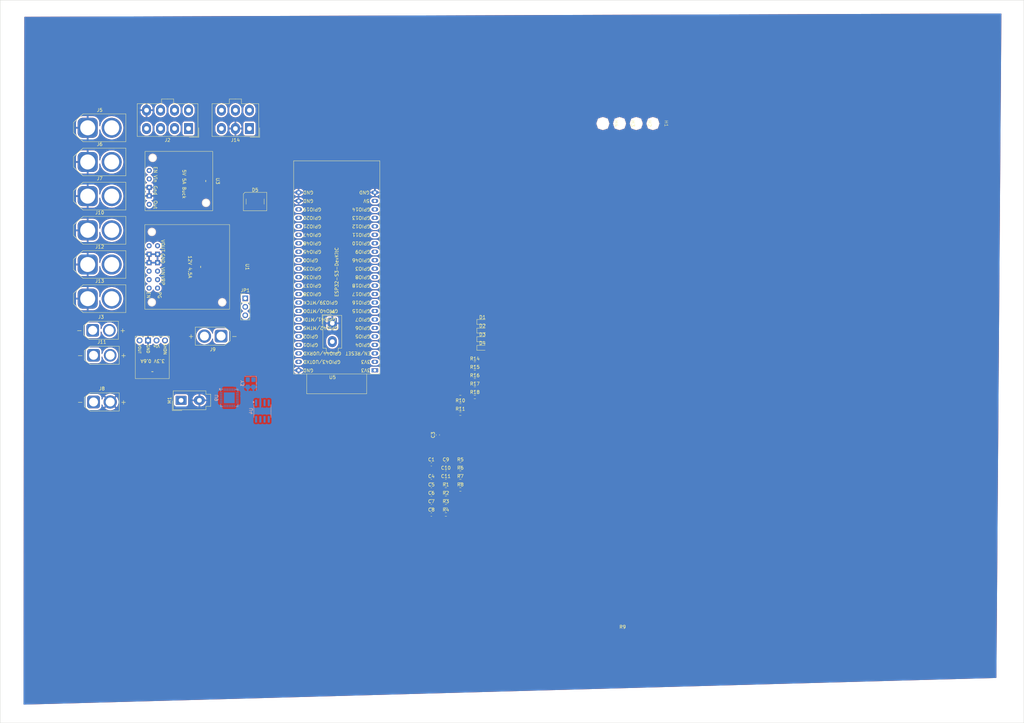
<source format=kicad_pcb>
(kicad_pcb (version 20241229) (generator "pcbnew") (generator_version "9.0")
  (layers (0 "F.Cu" signal) (2 "B.Cu" signal) (13 "F.Paste" user) (15 "B.Paste" user) (5 "F.SilkS" user "F.Silkscreen") (7 "B.SilkS" user "B.Silkscreen") (1 "F.Mask" user) (3 "B.Mask" user) (25 "Edge.Cuts" user))
  (net 0 "")
  (net 1 "GND")
  (net 2 "+5V")
  (net 3 "/CS_Encoder_1")
  (net 4 "/CS_Encoder_2")
  (net 5 "/MISO_ESP0")
  (net 6 "+BATT")
  (net 7 "Net-(D1-A)")
  (net 8 "Net-(D2-A)")
  (net 9 "+12V")
  (net 10 "Net-(D3-A)")
  (net 11 "Net-(D4-A)")
  (net 12 "+3.3V")
  (net 13 "/CS_Encoder_0")
  (net 14 "/CLK_ESP0")
  (net 15 "/12V_ADC")
  (net 16 "/ESP0 3.3V")
  (net 17 "/ESP0_RX-CAN_RX")
  (net 18 "/5V_ADC")
  (net 19 "/BATT_ADC")
  (net 20 "/MOSI_ESP0")
  (net 21 "/ESP0_TX-CAN_TX")
  (net 22 "/CS_Encoder_3")
  (net 23 "Net-(JP1-C)")
  (net 24 "/Vehicle Control CAN+")
  (net 25 "/Vehicle Control CAN-")
  (net 26 "/Arm Motor CAN+")
  (net 27 "/Arm Motor CAN-")
  (net 28 "Net-(JP1-A)")
  (net 29 "Net-(JP1-B)")
  (net 37 "/LED Debug")
  (net 39 "/3.3V_ADC")
  (net 40 "Net-(C11-Pad2)")
  (net 41 "Net-(U9-OSC2)")
  (net 42 "Net-(U9-OSC1)")
  (net 43 "Net-(U9-RXCAN)")
  (net 53 "Net-(U9-TXCAN)")
  (net 55 "/CS_Motor_CAN")
  (footprint "LED_SMD:LED_0603_1608Metric_Pad1.05x0.95mm_HandSolder" (layer "F.Cu") (at 139.125 99.34)
    (property "Reference" "D2" (at 0 -1.43 0) (layer "F.SilkS"))
    (property "Value" "LED")
    (pad "1" smd roundrect (at -0.875 0) (size 1.05 0.95) (layers "F.Cu" "F.Mask" "F.Paste") (net 2 "+5V"))
    (pad "2" smd roundrect (at 0.875 0) (size 1.05 0.95) (layers "F.Cu" "F.Mask" "F.Paste") (net 8 "Net-(D2-A)"))
  )
  (footprint "Connector_PinHeader_2.54mm:PinHeader_1x03_P2.54mm_Vertical" (layer "F.Cu") (at 68 89.67)
    (property "Reference" "JP1" (at 0 -2.38 0) (layer "F.SilkS"))
    (property "Value" "Jumper_3_Open")
    (pad "1" thru_hole rect (at 0 0) (size 1.7 1.7) (drill 1) (layers "*.Cu" "*.Mask") (net 28 "Net-(JP1-A)"))
    (pad "2" thru_hole circle (at 0 2.54) (size 1.7 1.7) (drill 1) (layers "*.Cu" "*.Mask") (net 23 "Net-(JP1-C)"))
    (pad "3" thru_hole circle (at 0 5.08) (size 1.7 1.7) (drill 1) (layers "*.Cu" "*.Mask") (net 29 "Net-(JP1-B)"))
  )
  (footprint "Connector_AMASS:AMASS_XT30U-M_1x02_P5.0mm_Vertical" (layer "F.Cu") (at 22.5 106.75)
    (property "Reference" "J11" (at 2.5 -4 0) (layer "F.SilkS"))
    (property "Value" "CAN OUT")
    (fp_text user "+" (at 9 0 0) (layer "F.SilkS") (effects (font (size 1.5 1.5))))
    (fp_text user "-" (at -4 0 0) (layer "F.SilkS") (effects (font (size 1.5 1.5))))
    (pad "1" thru_hole roundrect (at 0 0) (size 3.8 3.8) (drill 2.7) (layers "*.Cu" "*.Mask") (roundrect_rratio 0.2) (net 25 "/Vehicle Control CAN-"))
    (pad "2" thru_hole circle (at 5 0) (size 3.8 3.8) (drill 2.7) (layers "*.Cu" "*.Mask") (net 24 "/Vehicle Control CAN+"))
  )
  (footprint "LED_SMD:LED_Inolux_IN-PI554FCH_PLCC4_5.0x5.0mm_P3.2mm" (layer "F.Cu") (at 70.95 60.65)
    (property "Reference" "D5" (at 0 -3.5 0) (layer "F.SilkS"))
    (property "Value" "Inolux_IN-PI554FCH")
    (pad "1" smd rect (at -2.45 -1.6) (size 1.5 1) (layers "F.Cu" "F.Mask" "F.Paste") (net 1 "GND"))
    (pad "2" smd rect (at -2.45 1.6) (size 1.5 1) (layers "F.Cu" "F.Mask" "F.Paste") (net 37 "/LED Debug"))
    (pad "3" smd rect (at 2.45 1.6) (size 1.5 1) (layers "F.Cu" "F.Mask" "F.Paste") (net 2 "+5V"))
    (pad "4" smd rect (at 2.45 -1.6) (size 1.5 1) (layers "F.Cu" "F.Mask" "F.Paste"))
  )
  (footprint "Capacitor_SMD:C_0603_1608Metric_Pad1.08x0.95mm_HandSolder" (layer "F.Cu") (at 128.1625 144.46)
    (property "Reference" "C11" (at 0 -1.43 0) (layer "F.SilkS"))
    (property "Value" "4.7 nF")
    (pad "1" smd roundrect (at -0.8625 0) (size 1.075 0.95) (layers "F.Cu" "F.Mask" "F.Paste") (net 1 "GND"))
    (pad "2" smd roundrect (at 0.8625 0) (size 1.075 0.95) (layers "F.Cu" "F.Mask" "F.Paste") (net 40 "Net-(C11-Pad2)"))
  )
  (footprint "LED_SMD:LED_0603_1608Metric_Pad1.05x0.95mm_HandSolder" (layer "F.Cu") (at 139.125 101.93)
    (property "Reference" "D3" (at 0 -1.43 0) (layer "F.SilkS"))
    (property "Value" "LED")
    (pad "1" smd roundrect (at -0.875 0) (size 1.05 0.95) (layers "F.Cu" "F.Mask" "F.Paste") (net 9 "+12V"))
    (pad "2" smd roundrect (at 0.875 0) (size 1.05 0.95) (layers "F.Cu" "F.Mask" "F.Paste") (net 10 "Net-(D3-A)"))
  )
  (footprint "Resistor_SMD:R_0603_1608Metric_Pad0.98x0.95mm_HandSolder" (layer "F.Cu") (at 132.5 119.24)
    (property "Reference" "R9" (at 48.6625 68.98 0) (layer "F.SilkS"))
    (property "Value" "3.8K Ohm")
    (pad "1" smd roundrect (at -0.9125 0) (size 0.975 0.95) (layers "F.Cu" "F.Mask" "F.Paste") (net 8 "Net-(D2-A)"))
    (pad "2" smd roundrect (at 0.9125 0) (size 0.975 0.95) (layers "F.Cu" "F.Mask" "F.Paste") (net 1 "GND"))
  )
  (footprint "Resistor_SMD:R_0603_1608Metric_Pad0.98x0.95mm_HandSolder" (layer "F.Cu") (at 132.5125 139.44)
    (property "Reference" "R5" (at 0 -1.43 0) (layer "F.SilkS"))
    (property "Value" "3.32K Ohm")
    (pad "1" smd roundrect (at -0.9125 0) (size 0.975 0.95) (layers "F.Cu" "F.Mask" "F.Paste") (net 15 "/12V_ADC"))
    (pad "2" smd roundrect (at 0.9125 0) (size 0.975 0.95) (layers "F.Cu" "F.Mask" "F.Paste") (net 1 "GND"))
  )
  (footprint "Arm:D24V50F5" (layer "F.Cu") (at 59.25 54.5 -90)
    (property "Reference" "U3" (at -0.01 -0.5 270) (layer "F.SilkS"))
    (property "Value" "~" (at 0.01 3.072 270) (layer "F.SilkS"))
    (fp_circle (center -6.96 19.016) (end -5.87 19.016) (stroke (width 0.12)) (fill no) (layer "Edge.Cuts"))
    (fp_circle (center 6.54 3.016) (end 7.63 3.016) (stroke (width 0.12)) (fill no) (layer "Edge.Cuts"))
    (fp_text user "5V 5A Buck" (at -3.546 10.16 270) (layer "F.SilkS") (effects (justify left bottom)))
    (fp_text user "Gnd" (at 1.28 18.776 270) (layer "F.SilkS") (effects (justify left bottom)))
    (fp_text user "Vin" (at -1.9 18.776 270) (layer "F.SilkS") (effects (justify left bottom)))
    (fp_text user "EN" (at -4.44 18.776 270) (layer "F.SilkS") (effects (justify left bottom)))
    (fp_text user "Out" (at 5.72 18.776 270) (layer "F.SilkS") (effects (justify left bottom)))
    (pad "1" thru_hole circle (at -3.17 20.046 270) (size 1.524 1.524) (drill 0.762) (layers "*.Cu" "*.Mask"))
    (pad "2" thru_hole circle (at -0.63 20.046 270) (size 1.524 1.524) (drill 0.762) (layers "*.Cu" "*.Mask") (net 6 "+BATT"))
    (pad "3" thru_hole rect (at 1.91 20.046 270) (size 1.524 1.524) (drill 0.762) (layers "*.Cu" "*.Mask") (net 1 "GND"))
    (pad "4" thru_hole rect (at 4.45 20.046 270) (size 1.524 1.524) (drill 0.762) (layers "*.Cu" "*.Mask") (net 1 "GND"))
    (pad "5" thru_hole circle (at 6.99 20.046 270) (size 1.524 1.524) (drill 0.762) (layers "*.Cu" "*.Mask") (net 2 "+5V"))
  )
  (footprint "Resistor_SMD:R_0603_1608Metric_Pad0.98x0.95mm_HandSolder" (layer "F.Cu") (at 132.5125 146.97)
    (property "Reference" "R8" (at 0 -1.43 0) (layer "F.SilkS"))
    (property "Value" "3.8K Ohm")
    (pad "1" smd roundrect (at -0.9125 0) (size 0.975 0.95) (layers "F.Cu" "F.Mask" "F.Paste") (net 7 "Net-(D1-A)"))
    (pad "2" smd roundrect (at 0.9125 0) (size 0.975 0.95) (layers "F.Cu" "F.Mask" "F.Paste") (net 1 "GND"))
  )
  (footprint "Capacitor_SMD:C_0603_1608Metric_Pad1.08x0.95mm_HandSolder" (layer "F.Cu") (at 123.8125 149.48)
    (property "Reference" "C6" (at 0 -1.43 0) (layer "F.SilkS"))
    (property "Value" "13 pF")
    (pad "1" smd roundrect (at -0.8625 0) (size 1.075 0.95) (layers "F.Cu" "F.Mask" "F.Paste") (net 1 "GND"))
    (pad "2" smd roundrect (at 0.8625 0) (size 1.075 0.95) (layers "F.Cu" "F.Mask" "F.Paste") (net 41 "Net-(U9-OSC2)"))
  )
  (footprint "Resistor_SMD:R_0603_1608Metric_Pad0.98x0.95mm_HandSolder" (layer "F.Cu") (at 128.1625 146.97)
    (property "Reference" "R1" (at 0 -1.43 0) (layer "F.SilkS"))
    (property "Value" "10K Ohm")
    (pad "1" smd roundrect (at -0.9125 0) (size 0.975 0.95) (layers "F.Cu" "F.Mask" "F.Paste") (net 2 "+5V"))
    (pad "2" smd roundrect (at 0.9125 0) (size 0.975 0.95) (layers "F.Cu" "F.Mask" "F.Paste") (net 18 "/5V_ADC"))
  )
  (footprint "Resistor_SMD:R_0603_1608Metric_Pad0.98x0.95mm_HandSolder" (layer "F.Cu") (at 128.1625 154.5)
    (property "Reference" "R4" (at 0 -1.43 0) (layer "F.SilkS"))
    (property "Value" "10K ohm")
    (pad "1" smd roundrect (at -0.9125 0) (size 0.975 0.95) (layers "F.Cu" "F.Mask" "F.Paste") (net 9 "+12V"))
    (pad "2" smd roundrect (at 0.9125 0) (size 0.975 0.95) (layers "F.Cu" "F.Mask" "F.Paste") (net 15 "/12V_ADC"))
  )
  (footprint "Connector_AMASS:AMASS_XT60-F_1x02_P7.20mm_Vertical" (layer "F.Cu") (at 20.75 89.77)
    (property "Reference" "J13" (at 3.6 -5.3 180) (layer "F.SilkS"))
    (property "Value" "SparkMAX XT60 F")
    (pad "1" thru_hole roundrect (at 0 0) (size 6 6) (drill 4.5) (layers "*.Cu" "*.Mask") (net 1 "GND"))
    (pad "2" thru_hole circle (at 7.2 0) (size 6 6) (drill 4.5) (layers "*.Cu" "*.Mask") (net 6 "+BATT"))
  )
  (footprint "Resistor_SMD:R_0603_1608Metric_Pad0.98x0.95mm_HandSolder" (layer "F.Cu") (at 132.5 124.26)
    (property "Reference" "R11" (at 0 -1.43 0) (layer "F.SilkS"))
    (property "Value" "3.8K Ohm")
    (pad "1" smd roundrect (at -0.9125 0) (size 0.975 0.95) (layers "F.Cu" "F.Mask" "F.Paste") (net 11 "Net-(D4-A)"))
    (pad "2" smd roundrect (at 0.9125 0) (size 0.975 0.95) (layers "F.Cu" "F.Mask" "F.Paste") (net 1 "GND"))
  )
  (footprint "Connector_AMASS:AMASS_XT60-F_1x02_P7.20mm_Vertical" (layer "F.Cu") (at 20.75 48.77)
    (property "Reference" "J6" (at 3.6 -5.3 180) (layer "F.SilkS"))
    (property "Value" "SparkMAX XT60 F")
    (pad "1" thru_hole roundrect (at 0 0) (size 6 6) (drill 4.5) (layers "*.Cu" "*.Mask") (net 1 "GND"))
    (pad "2" thru_hole circle (at 7.2 0) (size 6 6) (drill 4.5) (layers "*.Cu" "*.Mask") (net 6 "+BATT"))
  )
  (footprint "Capacitor_SMD:C_0603_1608Metric_Pad1.08x0.95mm_HandSolder" (layer "F.Cu") (at 125.75 130.6375 90)
    (property "Reference" "C3" (at 0 -1.43 90) (layer "F.SilkS"))
    (property "Value" "1 uF")
    (pad "1" smd roundrect (at -0.8625 0 90) (size 1.075 0.95) (layers "F.Cu" "F.Mask" "F.Paste") (net 2 "+5V"))
    (pad "2" smd roundrect (at 0.8625 0 90) (size 1.075 0.95) (layers "F.Cu" "F.Mask" "F.Paste") (net 1 "GND"))
  )
  (footprint "Arm:4-40 Mounting Hole" (layer "F.Cu") (at 175.25 37.25 -90)
    (property "Reference" "H4" (at 0 -4 270) (layer "F.SilkS") (effects (font (thickness 0.1))))
    (property "Value" "MountingHole")
    (fp_circle (center 0 0) (end 1.725 0) (stroke (width 0.05)) (fill no) (layer "Edge.Cuts"))
    (zone (net 0) (net_name "") (layers "F.Cu" "B.Cu") (name "Keep out ") (connect_pads (clearance 0)) (min_thickness 0.25)
      (keepout (tracks not_allowed) (vias not_allowed) (pads not_allowed) (copperpour not_allowed) (footprints not_allowed))
      (fill (thermal_gap 0.5) (thermal_bridge_width 0.5))
      (polygon (pts (xy 175.25 39.25) (xy 176.75 38.75) (xy 177.25 37.25) (xy 176.75 35.75) (xy 175.25 35.25) (xy 173.75 35.75) (xy 173.25 37.25) (xy 173.75 38.75)))
    )
  )
  (footprint "Connector_AMASS:AMASS_XT30U-F_1x02_P5.0mm_Vertical" (layer "F.Cu") (at 22.5 120.75)
    (property "Reference" "J8" (at 2.5 -4 0) (layer "F.SilkS"))
    (property "Value" "Lynx")
    (fp_text user "+" (at 9 0 0) (layer "F.SilkS") (effects (font (size 1.5 1.5))))
    (fp_text user "-" (at -4 0 0) (layer "F.SilkS") (effects (font (size 1.5 1.5))))
    (pad "1" thru_hole roundrect (at 0 0) (size 3.8 3.8) (drill 2.7) (layers "*.Cu" "*.Mask") (roundrect_rratio 0.2) (net 9 "+12V"))
    (pad "2" thru_hole circle (at 5 0) (size 4 4) (drill 2.7) (layers "*.Cu" "*.Mask") (net 1 "GND"))
  )
  (footprint "LED_SMD:LED_0603_1608Metric_Pad1.05x0.95mm_HandSolder" (layer "F.Cu") (at 139.125 96.75)
    (property "Reference" "D1" (at 0 -1.43 0) (layer "F.SilkS"))
    (property "Value" "LED")
    (pad "1" smd roundrect (at -0.875 0) (size 1.05 0.95) (layers "F.Cu" "F.Mask" "F.Paste") (net 6 "+BATT"))
    (pad "2" smd roundrect (at 0.875 0) (size 1.05 0.95) (layers "F.Cu" "F.Mask" "F.Paste") (net 7 "Net-(D1-A)"))
  )
  (footprint "Capacitor_SMD:C_0603_1608Metric_Pad1.08x0.95mm_HandSolder" (layer "F.Cu") (at 123.8125 139.44)
    (property "Reference" "C1" (at 0 -1.43 0) (layer "F.SilkS"))
    (property "Value" "4.7 nf")
    (pad "1" smd roundrect (at -0.8625 0) (size 1.075 0.95) (layers "F.Cu" "F.Mask" "F.Paste") (net 1 "GND"))
    (pad "2" smd roundrect (at 0.8625 0) (size 1.075 0.95) (layers "F.Cu" "F.Mask" "F.Paste") (net 23 "Net-(JP1-C)"))
  )
  (footprint "Resistor_SMD:R_0603_1608Metric_Pad0.98x0.95mm_HandSolder" (layer "F.Cu") (at 136.85 119.24)
    (property "Reference" "R18" (at 0 -1.43 0) (layer "F.SilkS"))
    (property "Value" "60Ω")
    (pad "1" smd roundrect (at -0.9125 0) (size 0.975 0.95) (layers "F.Cu" "F.Mask" "F.Paste") (net 40 "Net-(C11-Pad2)"))
    (pad "2" smd roundrect (at 0.9125 0) (size 0.975 0.95) (layers "F.Cu" "F.Mask" "F.Paste") (net 26 "/Arm Motor CAN+"))
  )
  (footprint "Resistor_SMD:R_0603_1608Metric_Pad0.98x0.95mm_HandSolder" (layer "F.Cu") (at 128.1625 149.48)
    (property "Reference" "R2" (at 0 -1.43 0) (layer "F.SilkS"))
    (property "Value" "10K Ohm")
    (pad "1" smd roundrect (at -0.9125 0) (size 0.975 0.95) (layers "F.Cu" "F.Mask" "F.Paste") (net 18 "/5V_ADC"))
    (pad "2" smd roundrect (at 0.9125 0) (size 0.975 0.95) (layers "F.Cu" "F.Mask" "F.Paste") (net 1 "GND"))
  )
  (footprint "Arm:4-40 Mounting Hole" (layer "F.Cu") (at 180.25 37.25 -90)
    (property "Reference" "H3" (at 0 -4 270) (layer "F.SilkS") (effects (font (thickness 0.1))))
    (property "Value" "MountingHole")
    (fp_circle (center 0 0) (end 1.725 0) (stroke (width 0.05)) (fill no) (layer "Edge.Cuts"))
    (zone (net 0) (net_name "") (layers "F.Cu" "B.Cu") (name "Keep out ") (connect_pads (clearance 0)) (min_thickness 0.25)
      (keepout (tracks not_allowed) (vias not_allowed) (pads not_allowed) (copperpour not_allowed) (footprints not_allowed))
      (fill (thermal_gap 0.5) (thermal_bridge_width 0.5))
      (polygon (pts (xy 180.25 39.25) (xy 181.75 38.75) (xy 182.25 37.25) (xy 181.75 35.75) (xy 180.25 35.25) (xy 178.75 35.75) (xy 178.25 37.25) (xy 178.75 38.75)))
    )
  )
  (footprint "Connector_Molex:Molex_Mini-Fit_Jr_5566-08A_2x04_P4.20mm_Vertical" (layer "F.Cu") (at 51 38.75 180)
    (property "Reference" "J2" (at 6.3 -3.45 0) (layer "F.SilkS"))
    (property "Value" "Encoder Bundle")
    (pad "1" thru_hole roundrect (at 0 0 180) (size 2.7 3.3) (drill 1.4) (layers "*.Cu" "*.Mask") (roundrect_rratio 0.092593) (net 12 "+3.3V"))
    (pad "2" thru_hole oval (at 4.2 0 180) (size 2.7 3.3) (drill 1.4) (layers "*.Cu" "*.Mask") (net 3 "/CS_Encoder_1"))
    (pad "3" thru_hole oval (at 8.4 0 180) (size 2.7 3.3) (drill 1.4) (layers "*.Cu" "*.Mask") (net 4 "/CS_Encoder_2"))
    (pad "4" thru_hole oval (at 12.6 0 180) (size 2.7 3.3) (drill 1.4) (layers "*.Cu" "*.Mask") (net 22 "/CS_Encoder_3"))
    (pad "5" thru_hole oval (at 0 5.5 180) (size 2.7 3.3) (drill 1.4) (layers "*.Cu" "*.Mask") (net 20 "/MOSI_ESP0"))
    (pad "6" thru_hole oval (at 4.2 5.5 180) (size 2.7 3.3) (drill 1.4) (layers "*.Cu" "*.Mask") (net 5 "/MISO_ESP0"))
    (pad "7" thru_hole oval (at 8.4 5.5 180) (size 2.7 3.3) (drill 1.4) (layers "*.Cu" "*.Mask") (net 14 "/CLK_ESP0"))
    (pad "8" thru_hole oval (at 12.6 5.5 180) (size 2.7 3.3) (drill 1.4) (layers "*.Cu" "*.Mask") (net 1 "GND"))
  )
  (footprint "Arm:D36V6F3 3.3V" (layer "F.Cu") (at 43.933 102.293 180)
    (property "Reference" "U2" (hide yes))
    (property "Value" "~" (at 3.81 -9.398 180) (layer "F.SilkS"))
    (fp_text user "SHDN" (at 0 -2.54 270) (layer "F.SilkS") (effects (font (size 0.8636 0.8636) (thickness 0.1524))))
    (fp_text user "GND" (at 5.08 -2.54 270) (layer "F.SilkS") (effects (font (size 0.8636 0.8636) (thickness 0.1524))))
    (fp_text user "3.3V 0.6A" (at 0 -5.588 180) (layer "F.SilkS") (effects (justify left bottom)))
    (fp_text user "Vin" (at 2.54 -1.7145 180) (layer "F.SilkS") (effects (font (size 0.8636 0.8636) (thickness 0.1524))))
    (fp_text user "VOUT" (at 7.62 -2.54 270) (layer "F.SilkS") (effects (font (size 0.75565 0.75565) (thickness 0.13335))))
    (pad "1" thru_hole circle (at 0 0 90) (size 1.778 1.778) (drill 1) (layers "*.Cu" "*.Mask" "Dwgs.User"))
    (pad "2" thru_hole circle (at 2.54 0 90) (size 1.778 1.778) (drill 1) (layers "*.Cu" "*.Mask") (net 6 "+BATT"))
    (pad "3" thru_hole rect (at 5.08 0 90) (size 1.778 1.778) (drill 1) (layers "*.Cu" "*.Mask") (net 1 "GND"))
    (pad "4" thru_hole circle (at 7.62 0 90) (size 1.778 1.778) (drill 1) (layers "*.Cu" "*.Mask") (net 12 "+3.3V"))
  )
  (footprint "Connector_Molex:Molex_Mini-Fit_Jr_5566-02A_2x01_P4.20mm_Vertical" (layer "F.Cu") (at 94.1 97.15)
    (property "Reference" "J4" (at 0 -3.45 0) (layer "F.SilkS"))
    (property "Value" "5V Swtich Power")
    (pad "1" thru_hole roundrect (at 0 0) (size 2.7 3.3) (drill 1.4) (layers "*.Cu" "*.Mask") (roundrect_rratio 0.092593) (net 1 "GND"))
    (pad "2" thru_hole oval (at 0 5.5) (size 2.7 3.3) (drill 1.4) (layers "*.Cu" "*.Mask") (net 2 "+5V"))
  )
  (footprint "Resistor_SMD:R_0603_1608Metric_Pad0.98x0.95mm_HandSolder" (layer "F.Cu") (at 136.85 109.2)
    (property "Reference" "R14" (at 0 -1.43 0) (layer "F.SilkS"))
    (property "Value" "60Ω")
    (pad "1" smd roundrect (at -0.9125 0) (size 0.975 0.95) (layers "F.Cu" "F.Mask" "F.Paste") (net 24 "/Vehicle Control CAN+"))
    (pad "2" smd roundrect (at 0.9125 0) (size 0.975 0.95) (layers "F.Cu" "F.Mask" "F.Paste") (net 28 "Net-(JP1-A)"))
  )
  (footprint "Connector_Molex:Molex_Mini-Fit_Jr_5566-02A_2x01_P4.20mm_Vertical" (layer "F.Cu") (at 48.75 120.25 90)
    (property "Reference" "M1" (at 0 -3.45 90) (layer "F.SilkS"))
    (property "Value" "Fan")
    (pad "1" thru_hole roundrect (at 0 0 90) (size 2.7 3.3) (drill 1.4) (layers "*.Cu" "*.Mask") (roundrect_rratio 0.092593) (net 9 "+12V"))
    (pad "2" thru_hole oval (at 0 5.5 90) (size 2.7 3.3) (drill 1.4) (layers "*.Cu" "*.Mask") (net 1 "GND"))
  )
  (footprint "Connector_AMASS:AMASS_XT60-F_1x02_P7.20mm_Vertical" (layer "F.Cu") (at 20.75 79.52)
    (property "Reference" "J12" (at 3.6 -5.3 180) (layer "F.SilkS"))
    (property "Value" "SparkMAX XT60 F")
    (pad "1" thru_hole roundrect (at 0 0) (size 6 6) (drill 4.5) (layers "*.Cu" "*.Mask") (net 1 "GND"))
    (pad "2" thru_hole circle (at 7.2 0) (size 6 6) (drill 4.5) (layers "*.Cu" "*.Mask") (net 6 "+BATT"))
  )
  (footprint "Resistor_SMD:R_0603_1608Metric_Pad0.98x0.95mm_HandSolder" (layer "F.Cu") (at 136.85 116.73)
    (property "Reference" "R17" (at 0 -1.43 0) (layer "F.SilkS"))
    (property "Value" "60Ω")
    (pad "1" smd roundrect (at -0.9125 0) (size 0.975 0.95) (layers "F.Cu" "F.Mask" "F.Paste") (net 27 "/Arm Motor CAN-"))
    (pad "2" smd roundrect (at 0.9125 0) (size 0.975 0.95) (layers "F.Cu" "F.Mask" "F.Paste") (net 40 "Net-(C11-Pad2)"))
  )
  (footprint "Capacitor_SMD:C_0603_1608Metric_Pad1.08x0.95mm_HandSolder" (layer "F.Cu") (at 123.8125 146.97)
    (property "Reference" "C5" (at 0 -1.43 0) (layer "F.SilkS"))
    (property "Value" "0.1 uF")
    (pad "1" smd roundrect (at -0.8625 0) (size 1.075 0.95) (layers "F.Cu" "F.Mask" "F.Paste") (net 1 "GND"))
    (pad "2" smd roundrect (at 0.8625 0) (size 1.075 0.95) (layers "F.Cu" "F.Mask" "F.Paste") (net 16 "/ESP0 3.3V"))
  )
  (footprint "Capacitor_SMD:C_0603_1608Metric_Pad1.08x0.95mm_HandSolder" (layer "F.Cu") (at 128.1625 139.44)
    (property "Reference" "C9" (at 0 -1.43 0) (layer "F.SilkS"))
    (property "Value" "0.1 uF")
    (pad "1" smd roundrect (at -0.8625 0) (size 1.075 0.95) (layers "F.Cu" "F.Mask" "F.Paste") (net 16 "/ESP0 3.3V"))
    (pad "2" smd roundrect (at 0.8625 0) (size 1.075 0.95) (layers "F.Cu" "F.Mask" "F.Paste") (net 1 "GND"))
  )
  (footprint "Connector_AMASS:AMASS_XT30U-M_1x02_P5.0mm_Vertical" (layer "F.Cu") (at 22.25 99.25)
    (property "Reference" "J3" (at 2.5 -4 0) (layer "F.SilkS"))
    (property "Value" "CAN IN")
    (fp_text user "+" (at 9 0 0) (layer "F.SilkS") (effects (font (size 1.5 1.5))))
    (fp_text user "-" (at -4 0 0) (layer "F.SilkS") (effects (font (size 1.5 1.5))))
    (pad "1" thru_hole roundrect (at 0 0) (size 3.8 3.8) (drill 2.7) (layers "*.Cu" "*.Mask") (roundrect_rratio 0.2) (net 25 "/Vehicle Control CAN-"))
    (pad "2" thru_hole circle (at 5 0) (size 3.8 3.8) (drill 2.7) (layers "*.Cu" "*.Mask") (net 24 "/Vehicle Control CAN+"))
  )
  (footprint "Connector_AMASS:AMASS_XT30U-F_1x02_P5.0mm_Vertical" (layer "F.Cu") (at 60.75 101 180)
    (property "Reference" "J9" (at 2.5 -4 0) (layer "F.SilkS"))
    (property "Value" "CANBUS")
    (fp_text user "+" (at 9 0 0) (layer "F.SilkS") (effects (font (size 1.5 1.5))))
    (fp_text user "-" (at -4 0 0) (layer "F.SilkS") (effects (font (size 1.5 1.5))))
    (pad "1" thru_hole roundrect (at 0 0 180) (size 3.8 3.8) (drill 2.7) (layers "*.Cu" "*.Mask") (roundrect_rratio 0.2) (net 27 "/Arm Motor CAN-"))
    (pad "2" thru_hole circle (at 5 0 180) (size 4 4) (drill 2.7) (layers "*.Cu" "*.Mask") (net 26 "/Arm Motor CAN+"))
  )
  (footprint "Capacitor_SMD:C_0603_1608Metric_Pad1.08x0.95mm_HandSolder" (layer "F.Cu") (at 128.1625 141.95)
    (property "Reference" "C10" (at 0 -1.43 0) (layer "F.SilkS"))
    (property "Value" "0.1 uF")
    (pad "1" smd roundrect (at -0.8625 0) (size 1.075 0.95) (layers "F.Cu" "F.Mask" "F.Paste") (net 1 "GND"))
    (pad "2" smd roundrect (at 0.8625 0) (size 1.075 0.95) (layers "F.Cu" "F.Mask" "F.Paste") (net 2 "+5V"))
  )
  (footprint "Capacitor_SMD:C_0603_1608Metric_Pad1.08x0.95mm_HandSolder" (layer "F.Cu") (at 123.8125 144.46)
    (property "Reference" "C4" (at 0 -1.43 0) (layer "F.SilkS"))
    (property "Value" "13 pF")
    (pad "1" smd roundrect (at -0.8625 0) (size 1.075 0.95) (layers "F.Cu" "F.Mask" "F.Paste") (net 1 "GND"))
    (pad "2" smd roundrect (at 0.8625 0) (size 1.075 0.95) (layers "F.Cu" "F.Mask" "F.Paste") (net 42 "Net-(U9-OSC1)"))
  )
  (footprint "Connector_AMASS:AMASS_XT60-F_1x02_P7.20mm_Vertical" (layer "F.Cu") (at 20.75 69.27)
    (property "Reference" "J10" (at 3.6 -5.3 180) (layer "F.SilkS"))
    (property "Value" "SparkMAX XT60 F")
    (pad "1" thru_hole roundrect (at 0 0) (size 6 6) (drill 4.5) (layers "*.Cu" "*.Mask") (net 1 "GND"))
    (pad "2" thru_hole circle (at 7.2 0) (size 6 6) (drill 4.5) (layers "*.Cu" "*.Mask") (net 6 "+BATT"))
  )
  (footprint "Resistor_SMD:R_0603_1608Metric_Pad0.98x0.95mm_HandSolder" (layer "F.Cu") (at 136.85 114.22)
    (property "Reference" "R16" (at 0 -1.43 0) (layer "F.SilkS"))
    (property "Value" "10K ohm")
    (pad "1" smd roundrect (at -0.9125 0) (size 0.975 0.95) (layers "F.Cu" "F.Mask" "F.Paste") (net 12 "+3.3V"))
    (pad "2" smd roundrect (at 0.9125 0) (size 0.975 0.95) (layers "F.Cu" "F.Mask" "F.Paste") (net 39 "/3.3V_ADC"))
  )
  (footprint "Resistor_SMD:R_0603_1608Metric_Pad0.98x0.95mm_HandSolder" (layer "F.Cu") (at 132.5 121.75)
    (property "Reference" "R10" (at 0 -1.43 0) (layer "F.SilkS"))
    (property "Value" "3.8K Ohm")
    (pad "1" smd roundrect (at -0.9125 0) (size 0.975 0.95) (layers "F.Cu" "F.Mask" "F.Paste") (net 10 "Net-(D3-A)"))
    (pad "2" smd roundrect (at 0.9125 0) (size 0.975 0.95) (layers "F.Cu" "F.Mask" "F.Paste") (net 1 "GND"))
  )
  (footprint "Capacitor_SMD:C_0603_1608Metric_Pad1.08x0.95mm_HandSolder" (layer "F.Cu") (at 123.8125 151.99)
    (property "Reference" "C7" (at 0 -1.43 0) (layer "F.SilkS"))
    (property "Value" "0.1 uF")
    (pad "1" smd roundrect (at -0.8625 0) (size 1.075 0.95) (layers "F.Cu" "F.Mask" "F.Paste") (net 2 "+5V"))
    (pad "2" smd roundrect (at 0.8625 0) (size 1.075 0.95) (layers "F.Cu" "F.Mask" "F.Paste") (net 1 "GND"))
  )
  (footprint "Capacitor_SMD:C_0603_1608Metric_Pad1.08x0.95mm_HandSolder" (layer "F.Cu") (at 123.8125 154.5)
    (property "Reference" "C8" (at 0 -1.43 0) (layer "F.SilkS"))
    (property "Value" "0.1 uF")
    (pad "1" smd roundrect (at -0.8625 0) (size 1.075 0.95) (layers "F.Cu" "F.Mask" "F.Paste") (net 16 "/ESP0 3.3V"))
    (pad "2" smd roundrect (at 0.8625 0) (size 1.075 0.95) (layers "F.Cu" "F.Mask" "F.Paste") (net 1 "GND"))
  )
  (footprint "Resistor_SMD:R_0603_1608Metric_Pad0.98x0.95mm_HandSolder" (layer "F.Cu") (at 128.1625 151.99)
    (property "Reference" "R3" (at 0 -1.43 0) (layer "F.SilkS"))
    (property "Value" "10K Ohm")
    (pad "1" smd roundrect (at -0.9125 0) (size 0.975 0.95) (layers "F.Cu" "F.Mask" "F.Paste") (net 39 "/3.3V_ADC"))
    (pad "2" smd roundrect (at 0.9125 0) (size 0.975 0.95) (layers "F.Cu" "F.Mask" "F.Paste") (net 1 "GND"))
  )
  (footprint "Arm:D36V50F12" (layer "F.Cu") (at 68.115 80.25 -90)
    (property "Reference" "U1" (at 0 -0.5 270) (layer "F.SilkS"))
    (property "Value" "~" (at 0 13.462 270) (layer "F.SilkS"))
    (fp_circle (center -10.5 28.126) (end -9.41 28.126) (stroke (width 0.12)) (fill no) (layer "Edge.Cuts"))
    (fp_circle (center 10.6 28.126) (end 11.69 28.126) (stroke (width 0.12)) (fill no) (layer "Edge.Cuts"))
    (fp_circle (center 10.6 7.026) (end 11.69 7.026) (stroke (width 0.12)) (fill no) (layer "Edge.Cuts"))
    (fp_text user "EN" (at 7.366 29.718 270) (layer "F.SilkS") (effects (justify left bottom)))
    (fp_text user "VRP" (at 4.064 25.4 270) (layer "F.SilkS") (effects (justify bottom)))
    (fp_text user "VOUT" (at -6.35 25.4 270) (layer "F.SilkS") (effects (justify bottom)))
    (fp_text user "PG" (at 7.366 26.416 270) (layer "F.SilkS") (effects (justify left bottom)))
    (fp_text user "GND" (at -2.54 25.4 270) (layer "F.SilkS") (effects (justify bottom)))
    (fp_text user "VIN" (at 1.27 25.4 270) (layer "F.SilkS") (effects (justify bottom)))
    (fp_text user "12V 4.5A" (at 0 17.272 270) (layer "F.SilkS") (effects (justify bottom)))
    (pad "1" thru_hole circle (at 6.35 28.956 270) (size 1.524 1.524) (drill 0.762) (layers "*.Cu" "*.Mask"))
    (pad "2" thru_hole circle (at 6.35 26.416 270) (size 1.524 1.524) (drill 0.762) (layers "*.Cu" "*.Mask"))
    (pad "3" thru_hole circle (at 3.81 28.956 270) (size 1.524 1.524) (drill 0.762) (layers "*.Cu" "*.Mask"))
    (pad "4" thru_hole circle (at 3.81 26.416 270) (size 1.524 1.524) (drill 0.762) (layers "*.Cu" "*.Mask"))
    (pad "5" thru_hole circle (at 1.27 28.956 270) (size 1.524 1.524) (drill 0.762) (layers "*.Cu" "*.Mask") (net 6 "+BATT"))
    (pad "6" thru_hole circle (at 1.27 26.416 270) (size 1.524 1.524) (drill 0.762) (layers "*.Cu" "*.Mask") (net 6 "+BATT"))
    (pad "7" thru_hole rect (at -1.27 28.956 270) (size 1.524 1.524) (drill 0.762) (layers "*.Cu" "*.Mask") (net 1 "GND"))
    (pad "8" thru_hole rect (at -1.27 26.416 270) (size 1.524 1.524) (drill 0.762) (layers "*.Cu" "*.Mask") (net 1 "GND"))
    (pad "9" thru_hole rect (at -3.81 28.956 270) (size 1.524 1.524) (drill 0.762) (layers "*.Cu" "*.Mask") (net 1 "GND"))
    (pad "10" thru_hole rect (at -3.81 26.416 270) (size 1.524 1.524) (drill 0.762) (layers "*.Cu" "*.Mask") (net 1 "GND"))
    (pad "11" thru_hole circle (at -6.35 28.956 270) (size 1.524 1.524) (drill 0.762) (layers "*.Cu" "*.Mask") (net 9 "+12V"))
    (pad "12" thru_hole circle (at -6.35 26.416 270) (size 1.524 1.524) (drill 0.762) (layers "*.Cu" "*.Mask") (net 9 "+12V"))
  )
  (footprint "LED_SMD:LED_0603_1608Metric_Pad1.05x0.95mm_HandSolder" (layer "F.Cu") (at 139.125 104.52)
    (property "Reference" "D4" (at 0 -1.43 0) (layer "F.SilkS"))
    (property "Value" "LED")
    (pad "1" smd roundrect (at -0.875 0) (size 1.05 0.95) (layers "F.Cu" "F.Mask" "F.Paste") (net 12 "+3.3V"))
    (pad "2" smd roundrect (at 0.875 0) (size 1.05 0.95) (layers "F.Cu" "F.Mask" "F.Paste") (net 11 "Net-(D4-A)"))
  )
  (footprint "Resistor_SMD:R_0603_1608Metric_Pad0.98x0.95mm_HandSolder" (layer "F.Cu") (at 132.5125 144.46)
    (property "Reference" "R7" (at 0 -1.43 0) (layer "F.SilkS"))
    (property "Value" "2.21K ohm")
    (pad "1" smd roundrect (at -0.9125 0) (size 0.975 0.95) (layers "F.Cu" "F.Mask" "F.Paste") (net 19 "/BATT_ADC"))
    (pad "2" smd roundrect (at 0.9125 0) (size 0.975 0.95) (layers "F.Cu" "F.Mask" "F.Paste") (net 1 "GND"))
  )
  (footprint "Resistor_SMD:R_0603_1608Metric_Pad0.98x0.95mm_HandSolder" (layer "F.Cu") (at 132.5125 141.95)
    (property "Reference" "R6" (at 0 -1.43 0) (layer "F.SilkS"))
    (property "Value" "10K ohm")
    (pad "1" smd roundrect (at -0.9125 0) (size 0.975 0.95) (layers "F.Cu" "F.Mask" "F.Paste") (net 6 "+BATT"))
    (pad "2" smd roundrect (at 0.9125 0) (size 0.975 0.95) (layers "F.Cu" "F.Mask" "F.Paste") (net 19 "/BATT_ADC"))
  )
  (footprint "Astra Lib:ESP32-S3-DevKitC" (layer "F.Cu") (at 106.86 111.25 180)
    (property "Reference" "U5" (at 12.7 -2.1 0) (layer "F.SilkS"))
    (property "Value" "ESP32-S3-DevKitC" (at 11.42632 29.46128 90) (layer "F.SilkS"))
    (fp_text user "3V3" (at 1.27 2.54 180) (layer "F.SilkS") (effects (justify left)))
    (fp_text user "GPIO45" (at 21.59 35.56 180) (layer "F.SilkS") (effects (justify right)))
    (fp_text user "GPIO18" (at 1.27 25.4 180) (layer "F.SilkS") (effects (justify left)))
    (fp_text user "GND" (at 21.59 53.34 180) (layer "F.SilkS") (effects (justify right)))
    (fp_text user "GPIO41/MTDI" (at 21.59 15.24 180) (layer "F.SilkS") (effects (justify right)))
    (fp_text user "3V3" (at 1.27 0 180) (layer "F.SilkS") (effects (justify left)))
    (fp_text user "GPIO9" (at 1.27 35.56 180) (layer "F.SilkS") (effects (justify left)))
    (fp_text user "5V" (at 1.52032 50.79728 180) (layer "F.SilkS") (effects (justify left)))
    (fp_text user "GPIO15" (at 1.27 17.78 180) (layer "F.SilkS") (effects (justify left)))
    (fp_text user "GPIO43/U0TXD" (at 21.59 2.54 180) (layer "F.SilkS") (effects (justify right)))
    (fp_text user "GPIO38" (at 21.59 22.86 180) (layer "F.SilkS") (effects (justify right)))
    (fp_text user "GPIO46" (at 1.27 33.02 180) (layer "F.SilkS") (effects (justify left)))
    (fp_text user "GPIO5" (at 1.27 10.16 180) (layer "F.SilkS") (effects (justify left)))
    (fp_text user "GPIO10" (at 1.27 38.1 180) (layer "F.SilkS") (effects (justify left)))
    (fp_text user "GND" (at 21.59 0 180) (layer "F.SilkS") (effects (justify right)))
    (fp_text user "GPIO37" (at 21.59 25.4 180) (layer "F.SilkS") (effects (justify right)))
    (fp_text user "GPIO14" (at 1.27 48.26 180) (layer "F.SilkS") (effects (justify left)))
    (fp_text user "GND" (at 1.52032 53.33728 180) (layer "F.SilkS") (effects (justify left)))
    (fp_text user "GPIO39/MTCK" (at 21.59 20.32 180) (layer "F.SilkS") (effects (justify right)))
    (fp_text user "GPIO11" (at 1.27 40.64 180) (layer "F.SilkS") (effects (justify left)))
    (fp_text user "GPIO7" (at 1.27 15.24 180) (layer "F.SilkS") (effects (justify left)))
    (fp_text user "GPIO2" (at 21.59 10.16 180) (layer "F.SilkS") (effects (justify right)))
    (fp_text user "GPIO6" (at 1.27 12.7 180) (layer "F.SilkS") (effects (justify left)))
    (fp_text user "GPIO13" (at 1.27 45.72 180) (layer "F.SilkS") (effects (justify left)))
    (fp_text user "GPIO20" (at 21.59 45.72 180) (layer "F.SilkS") (effects (justify right)))
    (fp_text user "GPIO0" (at 21.59 33.02 180) (layer "F.SilkS") (effects (justify right)))
    (fp_text user "GPIO19" (at 21.59 48.26 180) (layer "F.SilkS") (effects (justify right)))
    (fp_text user "GPIO42/MTMS" (at 21.59 12.7 180) (layer "F.SilkS") (effects (justify right)))
    (fp_text user "GPIO4" (at 1.27 7.62 180) (layer "F.SilkS") (effects (justify left)))
    (fp_text user "GPIO36" (at 21.59 27.94 180) (layer "F.SilkS") (effects (justify right)))
    (fp_text user "GPIO8" (at 1.27 27.94 180) (layer "F.SilkS") (effects (justify left)))
    (fp_text user "GPIO47" (at 21.59 40.64 180) (layer "F.SilkS") (effects (justify right)))
    (fp_text user "GPIO35" (at 21.59 30.48 180) (layer "F.SilkS") (effects (justify right)))
    (fp_text user "GPIO48" (at 21.59 38.1 180) (layer "F.SilkS") (effects (justify right)))
    (fp_text user "GPIO16" (at 1.27 20.32 180) (layer "F.SilkS") (effects (justify left)))
    (fp_text user "GPIO21" (at 21.59 43.18 180) (layer "F.SilkS") (effects (justify right)))
    (fp_text user "GPIO44/U0RXD" (at 21.59 5.08 180) (layer "F.SilkS") (effects (justify right)))
    (fp_text user "GPIO12" (at 1.27 43.18 180) (layer "F.SilkS") (effects (justify left)))
    (fp_text user "GPIO17" (at 1.27 22.86 180) (layer "F.SilkS") (effects (justify left)))
    (fp_text user "GPIO3" (at 1.27 30.48 180) (layer "F.SilkS") (effects (justify left)))
    (fp_text user "GPIO40/MTDO" (at 21.59 17.78 180) (layer "F.SilkS") (effects (justify right)))
    (fp_text user "GND" (at 21.59 50.8 180) (layer "F.SilkS") (effects (justify right)))
    (fp_text user "EN/RESET" (at 8.88632 5.07728 180) (layer "F.SilkS") (effects (justify right)))
    (fp_text user "GPIO1" (at 21.59 7.62 180) (layer "F.SilkS") (effects (justify right)))
    (pad "1" thru_hole rect (at 0 0 90) (size 1.2 2) (drill 0.8) (layers "*.Cu" "*.Mask") (net 16 "/ESP0 3.3V"))
    (pad "2" thru_hole oval (at 0 2.54 90) (size 1.2 2) (drill 0.8) (layers "*.Cu" "*.Mask") (net 16 "/ESP0 3.3V"))
    (pad "3" thru_hole oval (at 0 5.08 90) (size 1.2 2) (drill 0.8) (layers "*.Cu" "*.Mask") (net 2 "+5V"))
    (pad "4" thru_hole oval (at 0 7.62 90) (size 1.2 2) (drill 0.8) (layers "*.Cu" "*.Mask"))
    (pad "5" thru_hole oval (at 0 10.16 90) (size 1.2 2) (drill 0.8) (layers "*.Cu" "*.Mask"))
    (pad "6" thru_hole oval (at 0 12.7 90) (size 1.2 2) (drill 0.8) (layers "*.Cu" "*.Mask"))
    (pad "7" thru_hole oval (at 0 15.24 90) (size 1.2 2) (drill 0.8) (layers "*.Cu" "*.Mask") (net 17 "/ESP0_RX-CAN_RX"))
    (pad "8" thru_hole oval (at 0 17.78 90) (size 1.2 2) (drill 0.8) (layers "*.Cu" "*.Mask"))
    (pad "9" thru_hole oval (at 0 20.32 90) (size 1.2 2) (drill 0.8) (layers "*.Cu" "*.Mask"))
    (pad "10" thru_hole oval (at 0 22.86 90) (size 1.2 2) (drill 0.8) (layers "*.Cu" "*.Mask"))
    (pad "11" thru_hole oval (at 0 25.4 90) (size 1.2 2) (drill 0.8) (layers "*.Cu" "*.Mask") (net 21 "/ESP0_TX-CAN_TX"))
    (pad "12" thru_hole oval (at 0 27.94 90) (size 1.2 2) (drill 0.8) (layers "*.Cu" "*.Mask"))
    (pad "13" thru_hole oval (at 0 30.48 90) (size 1.2 2) (drill 0.8) (layers "*.Cu" "*.Mask") (net 39 "/3.3V_ADC"))
    (pad "14" thru_hole oval (at 0 33.02 90) (size 1.2 2) (drill 0.8) (layers "*.Cu" "*.Mask") (net 22 "/CS_Encoder_3"))
    (pad "15" thru_hole oval (at 0 35.56 90) (size 1.2 2) (drill 0.8) (layers "*.Cu" "*.Mask"))
    (pad "16" thru_hole oval (at 0 38.1 90) (size 1.2 2) (drill 0.8) (layers "*.Cu" "*.Mask"))
    (pad "17" thru_hole oval (at 0 40.64 90) (size 1.2 2) (drill 0.8) (layers "*.Cu" "*.Mask"))
    (pad "18" thru_hole oval (at 0 43.18 90) (size 1.2 2) (drill 0.8) (layers "*.Cu" "*.Mask"))
    (pad "19" thru_hole oval (at 0 45.72 90) (size 1.2 2) (drill 0.8) (layers "*.Cu" "*.Mask"))
    (pad "20" thru_hole oval (at -0.00368 48.25728 90) (size 1.2 2) (drill 0.8) (layers "*.Cu" "*.Mask"))
    (pad "21" thru_hole oval (at -0.00368 50.79728 90) (size 1.2 2) (drill 0.8) (layers "*.Cu" "*.Mask"))
    (pad "22" thru_hole oval (at -0.00368 53.33728 90) (size 1.2 2) (drill 0.8) (layers "*.Cu" "*.Mask") (net 1 "GND"))
    (pad "23" thru_hole oval (at 22.86 53.34 90) (size 1.2 2) (drill 0.8) (layers "*.Cu" "*.Mask") (net 1 "GND"))
    (pad "24" thru_hole oval (at 22.86 50.8 90) (size 1.2 2) (drill 0.8) (layers "*.Cu" "*.Mask") (net 1 "GND"))
    (pad "25" thru_hole oval (at 22.86 48.26 90) (size 1.2 2) (drill 0.8) (layers "*.Cu" "*.Mask"))
    (pad "26" thru_hole oval (at 22.86 45.72 90) (size 1.2 2) (drill 0.8) (layers "*.Cu" "*.Mask"))
    (pad "27" thru_hole oval (at 22.86 43.18 90) (size 1.2 2) (drill 0.8) (layers "*.Cu" "*.Mask") (net 37 "/LED Debug"))
    (pad "28" thru_hole oval (at 22.86 40.64 90) (size 1.2 2) (drill 0.8) (layers "*.Cu" "*.Mask") (net 5 "/MISO_ESP0"))
    (pad "29" thru_hole oval (at 22.86 38.1 90) (size 1.2 2) (drill 0.8) (layers "*.Cu" "*.Mask") (net 14 "/CLK_ESP0"))
    (pad "30" thru_hole oval (at 22.86 35.56 90) (size 1.2 2) (drill 0.8) (layers "*.Cu" "*.Mask") (net 4 "/CS_Encoder_2"))
    (pad "31" thru_hole oval (at 22.86 33.02 90) (size 1.2 2) (drill 0.8) (layers "*.Cu" "*.Mask") (net 15 "/12V_ADC"))
    (pad "32" thru_hole oval (at 22.86 30.48 90) (size 1.2 2) (drill 0.8) (layers "*.Cu" "*.Mask") (net 20 "/MOSI_ESP0"))
    (pad "33" thru_hole oval (at 22.86 27.94 90) (size 1.2 2) (drill 0.8) (layers "*.Cu" "*.Mask") (net 55 "/CS_Motor_CAN"))
    (pad "34" thru_hole oval (at 22.86 25.4 90) (size 1.2 2) (drill 0.8) (layers "*.Cu" "*.Mask") (net 13 "/CS_Encoder_0"))
    (pad "35" thru_hole oval (at 22.86 22.86 90) (size 1.2 2) (drill 0.8) (layers "*.Cu" "*.Mask") (net 3 "/CS_Encoder_1"))
    (pad "36" thru_hole oval (at 22.86 20.32 90) (size 1.2 2) (drill 0.8) (layers "*.Cu" "*.Mask"))
    (pad "37" thru_hole oval (at 22.86 17.78 90) (size 1.2 2) (drill 0.8) (layers "*.Cu" "*.Mask"))
    (pad "38" thru_hole oval (at 22.86 15.24 90) (size 1.2 2) (drill 0.8) (layers "*.Cu" "*.Mask"))
    (pad "39" thru_hole oval (at 22.86 12.7 90) (size 1.2 2) (drill 0.8) (layers "*.Cu" "*.Mask"))
    (pad "40" thru_hole oval (at 22.86 10.16 90) (size 1.2 2) (drill 0.8) (layers "*.Cu" "*.Mask") (net 18 "/5V_ADC"))
    (pad "41" thru_hole oval (at 22.86 7.62 90) (size 1.2 2) (drill 0.8) (layers "*.Cu" "*.Mask") (net 19 "/BATT_ADC"))
    (pad "42" thru_hole oval (at 22.86 5.08 90) (size 1.2 2) (drill 0.8) (layers "*.Cu" "*.Mask"))
    (pad "43" thru_hole oval (at 22.86 2.54 90) (size 1.2 2) (drill 0.8) (layers "*.Cu" "*.Mask"))
    (pad "44" thru_hole oval (at 22.86 0 90) (size 1.2 2) (drill 0.8) (layers "*.Cu" "*.Mask") (net 1 "GND"))
  )
  (footprint "Connector_Molex:Molex_Mini-Fit_Jr_5566-06A_2x03_P4.20mm_Vertical" (layer "F.Cu") (at 69.25 38.75 180)
    (property "Reference" "J14" (at 4.2 -3.45 0) (layer "F.SilkS"))
    (property "Value" "Encoder 0")
    (pad "1" thru_hole roundrect (at 0 0 180) (size 2.7 3.3) (drill 1.4) (layers "*.Cu" "*.Mask") (roundrect_rratio 0.092593) (net 12 "+3.3V"))
    (pad "2" thru_hole oval (at 4.2 0 180) (size 2.7 3.3) (drill 1.4) (layers "*.Cu" "*.Mask") (net 1 "GND"))
    (pad "3" thru_hole oval (at 8.4 0 180) (size 2.7 3.3) (drill 1.4) (layers "*.Cu" "*.Mask") (net 13 "/CS_Encoder_0"))
    (pad "4" thru_hole oval (at 0 5.5 180) (size 2.7 3.3) (drill 1.4) (layers "*.Cu" "*.Mask") (net 20 "/MOSI_ESP0"))
    (pad "5" thru_hole oval (at 4.2 5.5 180) (size 2.7 3.3) (drill 1.4) (layers "*.Cu" "*.Mask") (net 5 "/MISO_ESP0"))
    (pad "6" thru_hole oval (at 8.4 5.5 180) (size 2.7 3.3) (drill 1.4) (layers "*.Cu" "*.Mask") (net 14 "/CLK_ESP0"))
  )
  (footprint "Resistor_SMD:R_0603_1608Metric_Pad0.98x0.95mm_HandSolder" (layer "F.Cu") (at 136.85 111.71)
    (property "Reference" "R15" (at 0 -1.43 0) (layer "F.SilkS"))
    (property "Value" "60Ω")
    (pad "1" smd roundrect (at -0.9125 0) (size 0.975 0.95) (layers "F.Cu" "F.Mask" "F.Paste") (net 29 "Net-(JP1-B)"))
    (pad "2" smd roundrect (at 0.9125 0) (size 0.975 0.95) (layers "F.Cu" "F.Mask" "F.Paste") (net 25 "/Vehicle Control CAN-"))
  )
  (footprint "Arm:4-40 Mounting Hole" (layer "F.Cu") (at 190.25 37.25 -90)
    (property "Reference" "H1" (at 0 -4 270) (layer "F.SilkS") (effects (font (thickness 0.1))))
    (property "Value" "MountingHole")
    (fp_circle (center 0 0) (end 1.725 0) (stroke (width 0.05)) (fill no) (layer "Edge.Cuts"))
    (zone (net 0) (net_name "") (layers "F.Cu" "B.Cu") (name "Keep out ") (connect_pads (clearance 0)) (min_thickness 0.25)
      (keepout (tracks not_allowed) (vias not_allowed) (pads not_allowed) (copperpour not_allowed) (footprints not_allowed))
      (fill (thermal_gap 0.5) (thermal_bridge_width 0.5))
      (polygon (pts (xy 190.25 39.25) (xy 191.75 38.75) (xy 192.25 37.25) (xy 191.75 35.75) (xy 190.25 35.25) (xy 188.75 35.75) (xy 188.25 37.25) (xy 188.75 38.75)))
    )
  )
  (footprint "Connector_AMASS:AMASS_XT60-M_1x02_P7.20mm_Vertical" (layer "F.Cu") (at 20.75 38.52)
    (property "Reference" "J5" (at 3.6 -5.3 180) (layer "F.SilkS"))
    (property "Value" "Power IN XT60 M")
    (pad "1" thru_hole roundrect (at 0 0) (size 6 6) (drill 4.5) (layers "*.Cu" "*.Mask") (net 1 "GND"))
    (pad "2" thru_hole circle (at 7.2 0) (size 6 6) (drill 4.5) (layers "*.Cu" "*.Mask") (net 6 "+BATT"))
  )
  (footprint "Arm:4-40 Mounting Hole" (layer "F.Cu") (at 185.25 37.25 -90)
    (property "Reference" "H2" (at 0 -4 270) (layer "F.SilkS") (effects (font (thickness 0.1))))
    (property "Value" "MountingHole")
    (fp_circle (center 0 0) (end 1.725 0) (stroke (width 0.05)) (fill no) (layer "Edge.Cuts"))
    (zone (net 0) (net_name "") (layers "F.Cu" "B.Cu") (name "Keep out ") (connect_pads (clearance 0)) (min_thickness 0.25)
      (keepout (tracks not_allowed) (vias not_allowed) (pads not_allowed) (copperpour not_allowed) (footprints not_allowed))
      (fill (thermal_gap 0.5) (thermal_bridge_width 0.5))
      (polygon (pts (xy 185.25 39.25) (xy 186.75 38.75) (xy 187.25 37.25) (xy 186.75 35.75) (xy 185.25 35.25) (xy 183.75 35.75) (xy 183.25 37.25) (xy 183.75 38.75)))
    )
  )
  (footprint "Connector_AMASS:AMASS_XT60-F_1x02_P7.20mm_Vertical" (layer "F.Cu") (at 20.75 59.02)
    (property "Reference" "J7" (at 3.6 -5.3 180) (layer "F.SilkS"))
    (property "Value" "Power OUT XT60 F")
    (pad "1" thru_hole roundrect (at 0 0) (size 6 6) (drill 4.5) (layers "*.Cu" "*.Mask") (net 1 "GND"))
    (pad "2" thru_hole circle (at 7.2 0) (size 6 6) (drill 4.5) (layers "*.Cu" "*.Mask") (net 6 "+BATT"))
  )
  (footprint "Package_SO:SOIC-8_3.9x4.9mm_P1.27mm" (layer "B.Cu") (at 73.155 123.475 -90)
    (property "Reference" "U4" (at 0 3.4 90) (layer "B.SilkS") (effects (justify mirror)))
    (property "Value" "TJA1051T")
    (pad "1" smd roundrect (at -2.475 1.905 270) (size 1.95 0.6) (layers "B.Cu" "B.Mask" "B.Paste") (net 21 "/ESP0_TX-CAN_TX"))
    (pad "2" smd roundrect (at -2.475 0.635 270) (size 1.95 0.6) (layers "B.Cu" "B.Mask" "B.Paste") (net 1 "GND"))
    (pad "3" smd roundrect (at -2.475 -0.635 270) (size 1.95 0.6) (layers "B.Cu" "B.Mask" "B.Paste") (net 2 "+5V"))
    (pad "4" smd roundrect (at -2.475 -1.905 270) (size 1.95 0.6) (layers "B.Cu" "B.Mask" "B.Paste") (net 17 "/ESP0_RX-CAN_RX"))
    (pad "5" smd roundrect (at 2.475 -1.905 270) (size 1.95 0.6) (layers "B.Cu" "B.Mask" "B.Paste") (net 16 "/ESP0 3.3V"))
    (pad "6" smd roundrect (at 2.475 -0.635 270) (size 1.95 0.6) (layers "B.Cu" "B.Mask" "B.Paste") (net 25 "/Vehicle Control CAN-"))
    (pad "7" smd roundrect (at 2.475 0.635 270) (size 1.95 0.6) (layers "B.Cu" "B.Mask" "B.Paste") (net 24 "/Vehicle Control CAN+"))
    (pad "8" smd roundrect (at 2.475 1.905 270) (size 1.95 0.6) (layers "B.Cu" "B.Mask" "B.Paste"))
  )
  (footprint "Crystal:Crystal_SMD_3225-4Pin_3.2x2.5mm" (layer "B.Cu") (at 69.6 115.15 -90)
    (property "Reference" "Y3" (at 0 2.45 90) (layer "B.SilkS") (effects (justify mirror)))
    (property "Value" "40Mhz Crystal")
    (pad "1" smd roundrect (at -1.1 -0.85 270) (size 1.4 1.2) (layers "B.Cu" "B.Mask" "B.Paste") (roundrect_rratio 0.208333) (net 41 "Net-(U9-OSC2)"))
    (pad "2" smd roundrect (at 1.1 -0.85 270) (size 1.4 1.2) (layers "B.Cu" "B.Mask" "B.Paste") (roundrect_rratio 0.208333) (net 1 "GND"))
    (pad "3" smd roundrect (at 1.1 0.85 270) (size 1.4 1.2) (layers "B.Cu" "B.Mask" "B.Paste") (roundrect_rratio 0.208333) (net 1 "GND"))
    (pad "4" smd roundrect (at -1.1 0.85 270) (size 1.4 1.2) (layers "B.Cu" "B.Mask" "B.Paste") (roundrect_rratio 0.208333) (net 42 "Net-(U9-OSC1)"))
  )
  (footprint "Package_DFN_QFN:VQFN-28-1EP_5x5mm_P0.5mm_EP3.25x3.25mm" (layer "B.Cu") (at 63.2 119.5 -90)
    (property "Reference" "U9" (at 0 3.8 90) (layer "B.SilkS") (effects (justify mirror)))
    (property "Value" "MCP251863T-E-9PX")
    (pad "1" smd roundrect (at -2.45 1.5 270) (size 0.8 0.25) (layers "B.Cu" "B.Mask" "B.Paste") (net 43 "Net-(U9-RXCAN)"))
    (pad "2" smd roundrect (at -2.45 1 270) (size 0.8 0.25) (layers "B.Cu" "B.Mask" "B.Paste"))
    (pad "3" smd roundrect (at -2.45 0.5 270) (size 0.8 0.25) (layers "B.Cu" "B.Mask" "B.Paste"))
    (pad "4" smd roundrect (at -2.45 0 270) (size 0.8 0.25) (layers "B.Cu" "B.Mask" "B.Paste") (net 41 "Net-(U9-OSC2)"))
    (pad "5" smd roundrect (at -2.45 -0.5 270) (size 0.8 0.25) (layers "B.Cu" "B.Mask" "B.Paste") (net 42 "Net-(U9-OSC1)"))
    (pad "6" smd roundrect (at -2.45 -1 270) (size 0.8 0.25) (layers "B.Cu" "B.Mask" "B.Paste"))
    (pad "7" smd roundrect (at -2.45 -1.5 270) (size 0.8 0.25) (layers "B.Cu" "B.Mask" "B.Paste") (net 1 "GND"))
    (pad "8" smd roundrect (at -1.5 -2.45 270) (size 0.25 0.8) (layers "B.Cu" "B.Mask" "B.Paste"))
    (pad "9" smd roundrect (at -1 -2.45 270) (size 0.25 0.8) (layers "B.Cu" "B.Mask" "B.Paste"))
    (pad "10" smd roundrect (at -0.5 -2.45 270) (size 0.25 0.8) (layers "B.Cu" "B.Mask" "B.Paste") (net 1 "GND"))
    (pad "11" smd roundrect (at 0 -2.45 270) (size 0.25 0.8) (layers "B.Cu" "B.Mask" "B.Paste") (net 43 "Net-(U9-RXCAN)"))
    (pad "12" smd roundrect (at 0.5 -2.45 270) (size 0.25 0.8) (layers "B.Cu" "B.Mask" "B.Paste"))
    (pad "13" smd roundrect (at 1 -2.45 270) (size 0.25 0.8) (layers "B.Cu" "B.Mask" "B.Paste") (net 2 "+5V"))
    (pad "14" smd roundrect (at 1.5 -2.45 270) (size 0.25 0.8) (layers "B.Cu" "B.Mask" "B.Paste") (net 16 "/ESP0 3.3V"))
    (pad "15" smd roundrect (at 2.45 -1.5 270) (size 0.8 0.25) (layers "B.Cu" "B.Mask" "B.Paste"))
    (pad "16" smd roundrect (at 2.45 -1 270) (size 0.8 0.25) (layers "B.Cu" "B.Mask" "B.Paste") (net 27 "/Arm Motor CAN-"))
    (pad "17" smd roundrect (at 2.45 -0.5 270) (size 0.8 0.25) (layers "B.Cu" "B.Mask" "B.Paste") (net 26 "/Arm Motor CAN+"))
    (pad "18" smd roundrect (at 2.45 0 270) (size 0.8 0.25) (layers "B.Cu" "B.Mask" "B.Paste"))
    (pad "19" smd roundrect (at 2.45 0.5 270) (size 0.8 0.25) (layers "B.Cu" "B.Mask" "B.Paste"))
    (pad "20" smd roundrect (at 2.45 1 270) (size 0.8 0.25) (layers "B.Cu" "B.Mask" "B.Paste") (net 53 "Net-(U9-TXCAN)"))
    (pad "21" smd roundrect (at 2.45 1.5 270) (size 0.8 0.25) (layers "B.Cu" "B.Mask" "B.Paste"))
    (pad "22" smd roundrect (at 1.5 2.45 270) (size 0.25 0.8) (layers "B.Cu" "B.Mask" "B.Paste") (net 14 "/CLK_ESP0"))
    (pad "23" smd roundrect (at 1 2.45 270) (size 0.25 0.8) (layers "B.Cu" "B.Mask" "B.Paste") (net 5 "/MISO_ESP0"))
    (pad "24" smd roundrect (at 0.5 2.45 270) (size 0.25 0.8) (layers "B.Cu" "B.Mask" "B.Paste") (net 20 "/MOSI_ESP0"))
    (pad "25" smd roundrect (at 0 2.45 270) (size 0.25 0.8) (layers "B.Cu" "B.Mask" "B.Paste") (net 55 "/CS_Motor_CAN"))
    (pad "26" smd roundrect (at -0.5 2.45 270) (size 0.25 0.8) (layers "B.Cu" "B.Mask" "B.Paste") (net 16 "/ESP0 3.3V"))
    (pad "27" smd roundrect (at -1 2.45 270) (size 0.25 0.8) (layers "B.Cu" "B.Mask" "B.Paste"))
    (pad "28" smd roundrect (at -1.5 2.45 270) (size 0.25 0.8) (layers "B.Cu" "B.Mask" "B.Paste") (net 53 "Net-(U9-TXCAN)"))
    (pad "29" smd rect (at 0 0 270) (size 3.25 3.25) (property pad_prop_heatsink) (layers "B.Cu" "B.Mask"))
  )
  (gr_rect (start -5.5 0.25) (end 301.5 217) (stroke (width 0.1)) (fill no) (layer "Edge.Cuts"))
  (zone (net 1) (net_name "GND") (layers "F.Cu" "B.Cu") (connect_pads (clearance 0.5)) (min_thickness 0.25) (fill yes (thermal_gap 0.5) (thermal_bridge_width 0.5))
    (polygon (pts (xy 293.25 203.5) (xy 294.75 4.25) (xy 1.75 5.25) (xy 1.5 211.5)))
  )
)
</source>
